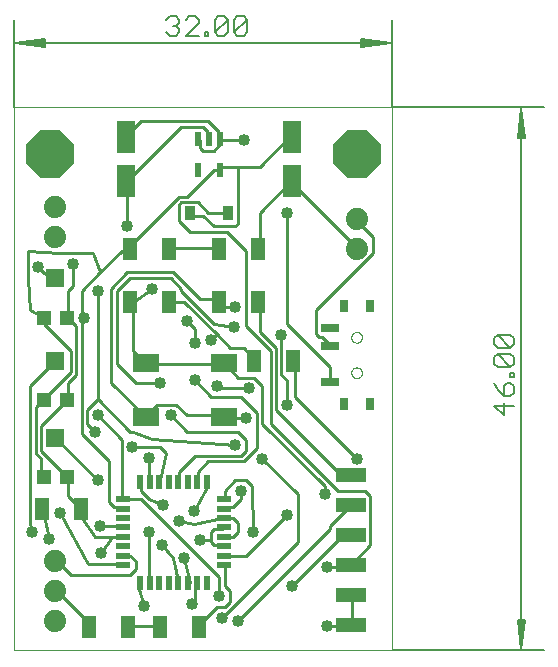
<source format=gtl>
G75*
%MOIN*%
%OFA0B0*%
%FSLAX25Y25*%
%IPPOS*%
%LPD*%
%AMOC8*
5,1,8,0,0,1.08239X$1,22.5*
%
%ADD10C,0.00000*%
%ADD11C,0.00512*%
%ADD12C,0.00600*%
%ADD13R,0.05000X0.07500*%
%ADD14C,0.07400*%
%ADD15R,0.10000X0.05000*%
%ADD16R,0.09000X0.06000*%
%ADD17R,0.05000X0.02200*%
%ADD18R,0.02200X0.05000*%
%ADD19R,0.02165X0.04724*%
%ADD20R,0.06299X0.11000*%
%ADD21R,0.03583X0.04803*%
%ADD22R,0.03150X0.03937*%
%ADD23R,0.05906X0.02756*%
%ADD24R,0.05906X0.06299*%
%ADD25R,0.04724X0.04724*%
%ADD26C,0.01000*%
%ADD27C,0.04000*%
%ADD28OC8,0.15811*%
D10*
X0012958Y0004126D02*
X0012958Y0185228D01*
X0138942Y0185228D01*
X0138942Y0004126D01*
X0012958Y0004126D01*
X0125359Y0096646D02*
X0125361Y0096730D01*
X0125367Y0096813D01*
X0125377Y0096896D01*
X0125391Y0096979D01*
X0125408Y0097061D01*
X0125430Y0097142D01*
X0125455Y0097221D01*
X0125484Y0097300D01*
X0125517Y0097377D01*
X0125553Y0097452D01*
X0125593Y0097526D01*
X0125636Y0097598D01*
X0125683Y0097667D01*
X0125733Y0097734D01*
X0125786Y0097799D01*
X0125842Y0097861D01*
X0125900Y0097921D01*
X0125962Y0097978D01*
X0126026Y0098031D01*
X0126093Y0098082D01*
X0126162Y0098129D01*
X0126233Y0098174D01*
X0126306Y0098214D01*
X0126381Y0098251D01*
X0126458Y0098285D01*
X0126536Y0098315D01*
X0126615Y0098341D01*
X0126696Y0098364D01*
X0126778Y0098382D01*
X0126860Y0098397D01*
X0126943Y0098408D01*
X0127026Y0098415D01*
X0127110Y0098418D01*
X0127194Y0098417D01*
X0127277Y0098412D01*
X0127361Y0098403D01*
X0127443Y0098390D01*
X0127525Y0098374D01*
X0127606Y0098353D01*
X0127687Y0098329D01*
X0127765Y0098301D01*
X0127843Y0098269D01*
X0127919Y0098233D01*
X0127993Y0098194D01*
X0128065Y0098152D01*
X0128135Y0098106D01*
X0128203Y0098057D01*
X0128268Y0098005D01*
X0128331Y0097950D01*
X0128391Y0097892D01*
X0128449Y0097831D01*
X0128503Y0097767D01*
X0128555Y0097701D01*
X0128603Y0097633D01*
X0128648Y0097562D01*
X0128689Y0097489D01*
X0128728Y0097415D01*
X0128762Y0097339D01*
X0128793Y0097261D01*
X0128820Y0097182D01*
X0128844Y0097101D01*
X0128863Y0097020D01*
X0128879Y0096938D01*
X0128891Y0096855D01*
X0128899Y0096771D01*
X0128903Y0096688D01*
X0128903Y0096604D01*
X0128899Y0096521D01*
X0128891Y0096437D01*
X0128879Y0096354D01*
X0128863Y0096272D01*
X0128844Y0096191D01*
X0128820Y0096110D01*
X0128793Y0096031D01*
X0128762Y0095953D01*
X0128728Y0095877D01*
X0128689Y0095803D01*
X0128648Y0095730D01*
X0128603Y0095659D01*
X0128555Y0095591D01*
X0128503Y0095525D01*
X0128449Y0095461D01*
X0128391Y0095400D01*
X0128331Y0095342D01*
X0128268Y0095287D01*
X0128203Y0095235D01*
X0128135Y0095186D01*
X0128065Y0095140D01*
X0127993Y0095098D01*
X0127919Y0095059D01*
X0127843Y0095023D01*
X0127765Y0094991D01*
X0127687Y0094963D01*
X0127606Y0094939D01*
X0127525Y0094918D01*
X0127443Y0094902D01*
X0127361Y0094889D01*
X0127277Y0094880D01*
X0127194Y0094875D01*
X0127110Y0094874D01*
X0127026Y0094877D01*
X0126943Y0094884D01*
X0126860Y0094895D01*
X0126778Y0094910D01*
X0126696Y0094928D01*
X0126615Y0094951D01*
X0126536Y0094977D01*
X0126458Y0095007D01*
X0126381Y0095041D01*
X0126306Y0095078D01*
X0126233Y0095118D01*
X0126162Y0095163D01*
X0126093Y0095210D01*
X0126026Y0095261D01*
X0125962Y0095314D01*
X0125900Y0095371D01*
X0125842Y0095431D01*
X0125786Y0095493D01*
X0125733Y0095558D01*
X0125683Y0095625D01*
X0125636Y0095694D01*
X0125593Y0095766D01*
X0125553Y0095840D01*
X0125517Y0095915D01*
X0125484Y0095992D01*
X0125455Y0096071D01*
X0125430Y0096150D01*
X0125408Y0096231D01*
X0125391Y0096313D01*
X0125377Y0096396D01*
X0125367Y0096479D01*
X0125361Y0096562D01*
X0125359Y0096646D01*
X0125359Y0108457D02*
X0125361Y0108541D01*
X0125367Y0108624D01*
X0125377Y0108707D01*
X0125391Y0108790D01*
X0125408Y0108872D01*
X0125430Y0108953D01*
X0125455Y0109032D01*
X0125484Y0109111D01*
X0125517Y0109188D01*
X0125553Y0109263D01*
X0125593Y0109337D01*
X0125636Y0109409D01*
X0125683Y0109478D01*
X0125733Y0109545D01*
X0125786Y0109610D01*
X0125842Y0109672D01*
X0125900Y0109732D01*
X0125962Y0109789D01*
X0126026Y0109842D01*
X0126093Y0109893D01*
X0126162Y0109940D01*
X0126233Y0109985D01*
X0126306Y0110025D01*
X0126381Y0110062D01*
X0126458Y0110096D01*
X0126536Y0110126D01*
X0126615Y0110152D01*
X0126696Y0110175D01*
X0126778Y0110193D01*
X0126860Y0110208D01*
X0126943Y0110219D01*
X0127026Y0110226D01*
X0127110Y0110229D01*
X0127194Y0110228D01*
X0127277Y0110223D01*
X0127361Y0110214D01*
X0127443Y0110201D01*
X0127525Y0110185D01*
X0127606Y0110164D01*
X0127687Y0110140D01*
X0127765Y0110112D01*
X0127843Y0110080D01*
X0127919Y0110044D01*
X0127993Y0110005D01*
X0128065Y0109963D01*
X0128135Y0109917D01*
X0128203Y0109868D01*
X0128268Y0109816D01*
X0128331Y0109761D01*
X0128391Y0109703D01*
X0128449Y0109642D01*
X0128503Y0109578D01*
X0128555Y0109512D01*
X0128603Y0109444D01*
X0128648Y0109373D01*
X0128689Y0109300D01*
X0128728Y0109226D01*
X0128762Y0109150D01*
X0128793Y0109072D01*
X0128820Y0108993D01*
X0128844Y0108912D01*
X0128863Y0108831D01*
X0128879Y0108749D01*
X0128891Y0108666D01*
X0128899Y0108582D01*
X0128903Y0108499D01*
X0128903Y0108415D01*
X0128899Y0108332D01*
X0128891Y0108248D01*
X0128879Y0108165D01*
X0128863Y0108083D01*
X0128844Y0108002D01*
X0128820Y0107921D01*
X0128793Y0107842D01*
X0128762Y0107764D01*
X0128728Y0107688D01*
X0128689Y0107614D01*
X0128648Y0107541D01*
X0128603Y0107470D01*
X0128555Y0107402D01*
X0128503Y0107336D01*
X0128449Y0107272D01*
X0128391Y0107211D01*
X0128331Y0107153D01*
X0128268Y0107098D01*
X0128203Y0107046D01*
X0128135Y0106997D01*
X0128065Y0106951D01*
X0127993Y0106909D01*
X0127919Y0106870D01*
X0127843Y0106834D01*
X0127765Y0106802D01*
X0127687Y0106774D01*
X0127606Y0106750D01*
X0127525Y0106729D01*
X0127443Y0106713D01*
X0127361Y0106700D01*
X0127277Y0106691D01*
X0127194Y0106686D01*
X0127110Y0106685D01*
X0127026Y0106688D01*
X0126943Y0106695D01*
X0126860Y0106706D01*
X0126778Y0106721D01*
X0126696Y0106739D01*
X0126615Y0106762D01*
X0126536Y0106788D01*
X0126458Y0106818D01*
X0126381Y0106852D01*
X0126306Y0106889D01*
X0126233Y0106929D01*
X0126162Y0106974D01*
X0126093Y0107021D01*
X0126026Y0107072D01*
X0125962Y0107125D01*
X0125900Y0107182D01*
X0125842Y0107242D01*
X0125786Y0107304D01*
X0125733Y0107369D01*
X0125683Y0107436D01*
X0125636Y0107505D01*
X0125593Y0107577D01*
X0125553Y0107651D01*
X0125517Y0107726D01*
X0125484Y0107803D01*
X0125455Y0107882D01*
X0125430Y0107961D01*
X0125408Y0108042D01*
X0125391Y0108124D01*
X0125377Y0108207D01*
X0125367Y0108290D01*
X0125361Y0108373D01*
X0125359Y0108457D01*
D11*
X0180799Y0174992D02*
X0183313Y0174992D01*
X0182056Y0184972D01*
X0183079Y0174992D01*
X0182567Y0174992D02*
X0182056Y0184972D01*
X0181032Y0174992D01*
X0180799Y0174992D02*
X0182056Y0184972D01*
X0181544Y0174992D01*
X0182056Y0184972D02*
X0182056Y0004382D01*
X0183079Y0014362D01*
X0183313Y0014362D02*
X0182056Y0004382D01*
X0181032Y0014362D01*
X0180799Y0014362D02*
X0183313Y0014362D01*
X0182567Y0014362D02*
X0182056Y0004382D01*
X0181544Y0014362D01*
X0180799Y0014362D02*
X0182056Y0004382D01*
X0189733Y0004126D02*
X0138942Y0004126D01*
X0138942Y0185228D02*
X0189733Y0185228D01*
X0138942Y0185228D02*
X0138942Y0214165D01*
X0138686Y0206488D02*
X0128706Y0205465D01*
X0128706Y0205231D02*
X0138686Y0206488D01*
X0128706Y0207512D01*
X0128706Y0207745D02*
X0128706Y0205231D01*
X0128706Y0205976D02*
X0138686Y0206488D01*
X0128706Y0207000D01*
X0128706Y0207745D02*
X0138686Y0206488D01*
X0013214Y0206488D01*
X0023194Y0205465D01*
X0023194Y0205231D02*
X0013214Y0206488D01*
X0023194Y0207512D01*
X0023194Y0207745D02*
X0023194Y0205231D01*
X0023194Y0205976D02*
X0013214Y0206488D01*
X0023194Y0207000D01*
X0023194Y0207745D02*
X0013214Y0206488D01*
X0012958Y0214165D02*
X0012958Y0185228D01*
D12*
X0063722Y0210118D02*
X0064790Y0209050D01*
X0066925Y0209050D01*
X0067993Y0210118D01*
X0067993Y0211185D01*
X0066925Y0212253D01*
X0065857Y0212253D01*
X0066925Y0212253D02*
X0067993Y0213320D01*
X0067993Y0214388D01*
X0066925Y0215455D01*
X0064790Y0215455D01*
X0063722Y0214388D01*
X0070168Y0214388D02*
X0071235Y0215455D01*
X0073370Y0215455D01*
X0074438Y0214388D01*
X0074438Y0213320D01*
X0070168Y0209050D01*
X0074438Y0209050D01*
X0076613Y0209050D02*
X0077681Y0209050D01*
X0077681Y0210118D01*
X0076613Y0210118D01*
X0076613Y0209050D01*
X0079836Y0210118D02*
X0084106Y0214388D01*
X0084106Y0210118D01*
X0083039Y0209050D01*
X0080904Y0209050D01*
X0079836Y0210118D01*
X0079836Y0214388D01*
X0080904Y0215455D01*
X0083039Y0215455D01*
X0084106Y0214388D01*
X0086281Y0214388D02*
X0087349Y0215455D01*
X0089484Y0215455D01*
X0090552Y0214388D01*
X0086281Y0210118D01*
X0087349Y0209050D01*
X0089484Y0209050D01*
X0090552Y0210118D01*
X0090552Y0214388D01*
X0086281Y0214388D02*
X0086281Y0210118D01*
X0174156Y0109279D02*
X0173088Y0108211D01*
X0173088Y0106076D01*
X0174156Y0105009D01*
X0178426Y0105009D01*
X0174156Y0109279D01*
X0178426Y0109279D01*
X0179494Y0108211D01*
X0179494Y0106076D01*
X0178426Y0105009D01*
X0178426Y0102833D02*
X0179494Y0101766D01*
X0179494Y0099631D01*
X0178426Y0098563D01*
X0174156Y0102833D01*
X0178426Y0102833D01*
X0178426Y0098563D02*
X0174156Y0098563D01*
X0173088Y0099631D01*
X0173088Y0101766D01*
X0174156Y0102833D01*
X0178426Y0096408D02*
X0179494Y0096408D01*
X0179494Y0095340D01*
X0178426Y0095340D01*
X0178426Y0096408D01*
X0178426Y0093165D02*
X0177359Y0093165D01*
X0176291Y0092098D01*
X0176291Y0088895D01*
X0178426Y0088895D01*
X0179494Y0089962D01*
X0179494Y0092098D01*
X0178426Y0093165D01*
X0174156Y0091030D02*
X0176291Y0088895D01*
X0176291Y0086720D02*
X0176291Y0082449D01*
X0173088Y0085652D01*
X0179494Y0085652D01*
X0174156Y0091030D02*
X0173088Y0093165D01*
D13*
X0106072Y0100583D03*
X0093072Y0100583D03*
X0094261Y0120268D03*
X0081261Y0120268D03*
X0081261Y0137984D03*
X0094261Y0137984D03*
X0064734Y0137984D03*
X0051734Y0137984D03*
X0051734Y0120268D03*
X0064734Y0120268D03*
X0035206Y0051370D03*
X0022206Y0051370D03*
X0037954Y0012000D03*
X0050954Y0012000D03*
X0061576Y0012000D03*
X0074576Y0012000D03*
D14*
X0026737Y0013969D03*
X0026737Y0023969D03*
X0026737Y0033969D03*
X0026737Y0141921D03*
X0026737Y0151921D03*
X0127131Y0147984D03*
X0127131Y0137984D03*
D15*
X0125163Y0062591D03*
X0125163Y0052591D03*
X0125163Y0042591D03*
X0125163Y0032591D03*
X0125163Y0022591D03*
X0125163Y0012591D03*
D16*
X0083045Y0081740D03*
X0083045Y0099740D03*
X0057045Y0099740D03*
X0057045Y0081740D03*
D17*
X0049208Y0054520D03*
X0049208Y0051370D03*
X0049208Y0048220D03*
X0049208Y0045071D03*
X0049208Y0041921D03*
X0049208Y0038772D03*
X0049208Y0035622D03*
X0049208Y0032472D03*
X0083008Y0032472D03*
X0083008Y0035622D03*
X0083008Y0038772D03*
X0083008Y0041921D03*
X0083008Y0045071D03*
X0083008Y0048220D03*
X0083008Y0051370D03*
X0083008Y0054520D03*
D18*
X0077131Y0060396D03*
X0073982Y0060396D03*
X0070832Y0060396D03*
X0067682Y0060396D03*
X0064533Y0060396D03*
X0061383Y0060396D03*
X0058234Y0060396D03*
X0055084Y0060396D03*
X0055084Y0026596D03*
X0058234Y0026596D03*
X0061383Y0026596D03*
X0064533Y0026596D03*
X0067682Y0026596D03*
X0070832Y0026596D03*
X0073982Y0026596D03*
X0077131Y0026596D03*
D19*
X0074178Y0164362D03*
X0081659Y0164362D03*
X0081659Y0174598D03*
X0077919Y0174598D03*
X0074178Y0174598D03*
D20*
X0050360Y0175386D03*
X0050360Y0160449D03*
X0105478Y0160449D03*
X0105478Y0175386D03*
D21*
X0084365Y0149795D03*
X0071472Y0149795D03*
D22*
X0122800Y0118890D03*
X0131462Y0118890D03*
X0131462Y0086213D03*
X0122800Y0086213D03*
D23*
X0118273Y0093693D03*
X0118273Y0105504D03*
X0118273Y0111409D03*
D24*
X0026737Y0100583D03*
X0026737Y0074992D03*
X0026737Y0128142D03*
D25*
X0022800Y0115051D03*
X0030675Y0115051D03*
X0030675Y0087492D03*
X0022800Y0087492D03*
X0022800Y0061902D03*
X0030675Y0061902D03*
D26*
X0030058Y0062626D01*
X0021958Y0070726D01*
X0021958Y0078826D01*
X0030058Y0086926D01*
X0030675Y0087492D01*
X0030958Y0087826D01*
X0030958Y0093226D01*
X0033658Y0095926D01*
X0033658Y0112126D01*
X0030958Y0114826D01*
X0030675Y0115051D01*
X0030958Y0115726D01*
X0030958Y0123826D01*
X0032758Y0125626D01*
X0032758Y0132826D01*
X0028426Y0136426D02*
X0039395Y0136426D01*
X0041758Y0130126D01*
X0035458Y0123826D01*
X0035458Y0114826D01*
X0036358Y0114826D01*
X0035458Y0114826D02*
X0035458Y0076126D01*
X0044458Y0067126D01*
X0044458Y0053626D01*
X0046258Y0051826D01*
X0048958Y0051826D01*
X0049208Y0051370D01*
X0049208Y0054520D02*
X0049858Y0054526D01*
X0055258Y0054526D01*
X0081358Y0028426D01*
X0081358Y0022126D01*
X0084958Y0023926D02*
X0083158Y0025726D01*
X0083158Y0032026D01*
X0083008Y0032472D01*
X0083008Y0035622D02*
X0083158Y0035626D01*
X0090358Y0035626D01*
X0103858Y0049126D01*
X0107458Y0056326D02*
X0095758Y0068026D01*
X0093958Y0071626D02*
X0093958Y0083326D01*
X0088558Y0088726D01*
X0078658Y0088726D01*
X0073258Y0094126D01*
X0066958Y0086026D02*
X0060658Y0086026D01*
X0057058Y0082426D01*
X0057045Y0081740D01*
X0056158Y0082426D01*
X0045358Y0093226D01*
X0045358Y0124726D01*
X0050758Y0130126D01*
X0066058Y0130126D01*
X0075058Y0121126D01*
X0080458Y0121126D01*
X0081261Y0120268D01*
X0081358Y0120226D01*
X0083158Y0118426D01*
X0086758Y0118426D01*
X0086252Y0111845D02*
X0079558Y0113026D01*
X0068758Y0123826D01*
X0068758Y0124726D01*
X0065158Y0128326D01*
X0051658Y0128326D01*
X0047158Y0123826D01*
X0047158Y0099526D01*
X0053458Y0093226D01*
X0061558Y0093226D01*
X0057058Y0099526D02*
X0057045Y0099740D01*
X0056158Y0100426D01*
X0052558Y0104026D01*
X0052558Y0120226D01*
X0051734Y0120268D01*
X0052558Y0120226D02*
X0059026Y0124726D01*
X0064734Y0120268D02*
X0065158Y0120226D01*
X0069658Y0120226D01*
X0080458Y0109426D01*
X0078658Y0107626D01*
X0080458Y0109426D02*
X0084958Y0104926D01*
X0089458Y0104926D01*
X0093058Y0101326D01*
X0093072Y0100583D01*
X0093058Y0095026D02*
X0087658Y0095026D01*
X0083158Y0099526D01*
X0083045Y0099740D01*
X0082258Y0099526D01*
X0057058Y0099526D01*
X0066958Y0086026D02*
X0070558Y0082426D01*
X0082258Y0082426D01*
X0083045Y0081740D01*
X0083158Y0081526D01*
X0090358Y0081526D01*
X0087658Y0077026D02*
X0070558Y0077026D01*
X0065158Y0082426D01*
X0059026Y0074494D02*
X0052558Y0077026D01*
X0051658Y0077026D01*
X0040858Y0087826D01*
X0037258Y0084226D01*
X0037258Y0079726D01*
X0039958Y0077026D01*
X0040858Y0082426D02*
X0048958Y0074326D01*
X0048958Y0054526D01*
X0049208Y0054520D01*
X0055258Y0057226D02*
X0055258Y0059926D01*
X0055084Y0060396D01*
X0055258Y0057226D02*
X0057958Y0054526D01*
X0062626Y0052557D01*
X0068084Y0047157D02*
X0072921Y0046257D01*
X0082258Y0048226D01*
X0083008Y0048220D01*
X0083158Y0048226D01*
X0085858Y0048226D01*
X0087658Y0046426D01*
X0087658Y0043726D01*
X0085858Y0041926D01*
X0083158Y0041926D01*
X0083008Y0041921D01*
X0082258Y0044626D02*
X0083008Y0045071D01*
X0082258Y0044626D02*
X0079558Y0044626D01*
X0078658Y0043726D01*
X0078658Y0041026D01*
X0074889Y0041026D01*
X0078658Y0041026D02*
X0078658Y0040126D01*
X0079558Y0039226D01*
X0082258Y0039226D01*
X0083008Y0038772D01*
X0092552Y0043613D02*
X0092158Y0059026D01*
X0090358Y0060826D01*
X0086758Y0060826D01*
X0083158Y0057226D01*
X0083158Y0054526D01*
X0083008Y0054520D01*
X0083158Y0051826D02*
X0083008Y0051370D01*
X0083158Y0051826D02*
X0085858Y0051826D01*
X0088558Y0054526D01*
X0088558Y0057226D01*
X0089458Y0067126D02*
X0093958Y0071626D01*
X0090358Y0070726D02*
X0090358Y0074326D01*
X0087658Y0077026D01*
X0086758Y0072526D02*
X0059026Y0074494D01*
X0061726Y0071794D02*
X0052389Y0071794D01*
X0057958Y0068194D02*
X0057958Y0060826D01*
X0058234Y0060396D01*
X0061383Y0060396D02*
X0061558Y0060826D01*
X0063526Y0069994D01*
X0061726Y0071794D01*
X0067858Y0063526D02*
X0073258Y0068926D01*
X0088558Y0068926D01*
X0090358Y0070726D01*
X0089458Y0067126D02*
X0077758Y0067126D01*
X0074158Y0063526D01*
X0074158Y0060826D01*
X0073982Y0060396D01*
X0077131Y0060396D02*
X0076858Y0057957D01*
X0072921Y0050589D01*
X0067682Y0060396D02*
X0067858Y0060826D01*
X0067858Y0063526D01*
X0057958Y0043726D02*
X0057958Y0026626D01*
X0058234Y0026596D01*
X0055084Y0026596D02*
X0054358Y0025726D01*
X0056326Y0019032D01*
X0051658Y0012226D02*
X0050954Y0012000D01*
X0051658Y0012226D02*
X0061558Y0012226D01*
X0061576Y0012000D01*
X0072358Y0019426D02*
X0073258Y0020326D01*
X0073258Y0025726D01*
X0073982Y0026596D01*
X0071458Y0026626D02*
X0070832Y0026596D01*
X0071458Y0026626D02*
X0069489Y0034782D01*
X0065777Y0034951D02*
X0066958Y0030563D01*
X0067682Y0026596D01*
X0065777Y0034951D02*
X0062121Y0039394D01*
X0053458Y0033826D02*
X0053458Y0031126D01*
X0051658Y0029326D01*
X0031858Y0029326D01*
X0027358Y0033826D01*
X0026737Y0033969D01*
X0024715Y0041363D02*
X0022858Y0049126D01*
X0022858Y0050926D01*
X0022206Y0051370D01*
X0018358Y0046426D02*
X0018358Y0092326D01*
X0026458Y0100426D01*
X0026737Y0100583D01*
X0031858Y0104026D02*
X0031858Y0096826D01*
X0022858Y0087826D01*
X0022800Y0087492D01*
X0021958Y0086926D01*
X0020158Y0085126D01*
X0020158Y0069826D01*
X0021958Y0068026D01*
X0021958Y0062626D01*
X0022800Y0061902D01*
X0030675Y0061902D02*
X0030958Y0061726D01*
X0030958Y0055426D01*
X0034558Y0051826D01*
X0035206Y0051370D01*
X0035458Y0050926D01*
X0035458Y0048226D01*
X0039789Y0041926D01*
X0045526Y0041926D01*
X0041983Y0036583D01*
X0037484Y0032926D02*
X0028258Y0050026D01*
X0018358Y0046426D02*
X0019089Y0043726D01*
X0026737Y0023969D02*
X0027358Y0023926D01*
X0037258Y0014026D01*
X0037258Y0012226D01*
X0037954Y0012000D01*
X0049208Y0032472D02*
X0048958Y0032926D01*
X0037484Y0032926D01*
X0045526Y0041926D02*
X0048958Y0041926D01*
X0049208Y0041921D01*
X0049208Y0045071D02*
X0048958Y0045526D01*
X0041589Y0045526D01*
X0049208Y0035622D02*
X0049858Y0035626D01*
X0051658Y0035626D01*
X0053458Y0033826D01*
X0074158Y0012226D02*
X0074576Y0012000D01*
X0074158Y0012226D02*
X0080458Y0018526D01*
X0083158Y0018526D01*
X0084958Y0020326D01*
X0084958Y0023926D01*
X0082258Y0014926D02*
X0107458Y0040126D01*
X0107458Y0056326D01*
X0116458Y0056326D02*
X0116458Y0059026D01*
X0095758Y0079726D01*
X0095758Y0092326D01*
X0093058Y0095026D01*
X0091258Y0091426D02*
X0081358Y0091426D01*
X0080458Y0092326D01*
X0073258Y0106726D02*
X0073258Y0111226D01*
X0070558Y0113926D01*
X0064734Y0137984D02*
X0065158Y0138226D01*
X0080458Y0138226D01*
X0081261Y0137984D01*
X0084058Y0143626D02*
X0090358Y0137326D01*
X0090358Y0112126D01*
X0098458Y0104026D01*
X0098458Y0079726D01*
X0120958Y0057226D01*
X0129958Y0057226D01*
X0131758Y0055426D01*
X0131758Y0039226D01*
X0125458Y0032926D01*
X0125163Y0032591D01*
X0124558Y0032026D01*
X0117358Y0032026D01*
X0125163Y0022591D02*
X0125458Y0022126D01*
X0125458Y0013126D01*
X0125163Y0012591D01*
X0124558Y0012226D01*
X0117358Y0012226D01*
X0105658Y0025726D02*
X0121858Y0041926D01*
X0124558Y0041926D01*
X0125163Y0042591D01*
X0118258Y0044626D02*
X0118258Y0045526D01*
X0124558Y0051826D01*
X0125163Y0052591D01*
X0125163Y0062591D02*
X0124558Y0062626D01*
X0121858Y0062626D01*
X0100258Y0084226D01*
X0100258Y0104926D01*
X0094858Y0110326D01*
X0094858Y0120226D01*
X0094261Y0120268D01*
X0103858Y0113026D02*
X0103858Y0149926D01*
X0094858Y0149926D02*
X0104758Y0159826D01*
X0105478Y0160449D01*
X0105658Y0159826D01*
X0127258Y0138226D01*
X0127131Y0137984D01*
X0132658Y0136426D02*
X0132658Y0141826D01*
X0127258Y0147226D01*
X0127131Y0147984D01*
X0132658Y0136426D02*
X0113758Y0117526D01*
X0113758Y0109426D01*
X0114658Y0108526D01*
X0115558Y0108526D01*
X0118258Y0105826D01*
X0118273Y0105504D01*
X0118258Y0098626D02*
X0103858Y0113026D01*
X0102058Y0109313D02*
X0102058Y0095926D01*
X0103858Y0094126D01*
X0103858Y0086026D01*
X0106558Y0088726D02*
X0127258Y0068026D01*
X0118258Y0044626D02*
X0087658Y0014026D01*
X0040858Y0060826D02*
X0027358Y0074326D01*
X0026737Y0074992D01*
X0040858Y0087826D02*
X0040858Y0123826D01*
X0041758Y0130126D02*
X0048958Y0137326D01*
X0051658Y0137326D01*
X0051734Y0137984D01*
X0052558Y0138226D01*
X0052558Y0140026D01*
X0067858Y0155326D01*
X0070558Y0155326D01*
X0079558Y0164326D01*
X0081358Y0164326D01*
X0081659Y0164362D01*
X0082258Y0165226D01*
X0087658Y0165226D01*
X0087658Y0146326D01*
X0086758Y0145426D01*
X0079558Y0145426D01*
X0075958Y0149026D01*
X0072358Y0149026D01*
X0071472Y0149795D01*
X0067858Y0147226D02*
X0071458Y0143626D01*
X0084058Y0143626D01*
X0084365Y0149795D02*
X0084058Y0149926D01*
X0077758Y0149926D01*
X0074158Y0153526D01*
X0068758Y0153526D01*
X0067858Y0152626D01*
X0067858Y0147226D01*
X0050758Y0145426D02*
X0050758Y0159826D01*
X0050360Y0160449D01*
X0050758Y0160726D01*
X0068758Y0178726D01*
X0075958Y0178726D01*
X0077758Y0176926D01*
X0077758Y0175126D01*
X0077919Y0174598D01*
X0075058Y0174226D02*
X0075058Y0171526D01*
X0075958Y0170626D01*
X0079558Y0170626D01*
X0081358Y0172426D01*
X0081358Y0174226D01*
X0081659Y0174598D01*
X0082258Y0174226D01*
X0089458Y0174226D01*
X0081659Y0174598D02*
X0081358Y0175126D01*
X0081358Y0176926D01*
X0077758Y0180526D01*
X0055258Y0180526D01*
X0050758Y0176026D01*
X0050360Y0175386D01*
X0074178Y0174598D02*
X0075058Y0174226D01*
X0087658Y0165226D02*
X0094858Y0165226D01*
X0104758Y0175126D01*
X0105478Y0175386D01*
X0094858Y0149926D02*
X0094858Y0138226D01*
X0094261Y0137984D01*
X0106072Y0100583D02*
X0106558Y0100426D01*
X0106558Y0088726D01*
X0118273Y0093693D02*
X0118258Y0094126D01*
X0118258Y0098626D01*
X0031858Y0104026D02*
X0022858Y0113026D01*
X0022858Y0114826D01*
X0022800Y0115051D01*
X0021958Y0115726D01*
X0018189Y0117694D01*
X0017458Y0128269D01*
X0017458Y0137269D01*
X0028426Y0136426D01*
X0023026Y0129900D02*
X0026458Y0127426D01*
X0026737Y0128142D01*
X0023026Y0129900D02*
X0021058Y0132037D01*
D27*
X0021058Y0132037D03*
X0032758Y0132826D03*
X0040858Y0123826D03*
X0036358Y0114826D03*
X0059026Y0124726D03*
X0070558Y0113926D03*
X0073258Y0106726D03*
X0078658Y0107626D03*
X0086252Y0111845D03*
X0086758Y0118426D03*
X0102058Y0109313D03*
X0091258Y0091426D03*
X0090358Y0081526D03*
X0086758Y0072526D03*
X0095758Y0068026D03*
X0088558Y0057226D03*
X0092552Y0043613D03*
X0103858Y0049126D03*
X0116458Y0056326D03*
X0127258Y0068026D03*
X0103858Y0086026D03*
X0080458Y0092326D03*
X0073258Y0094126D03*
X0065158Y0082426D03*
X0061558Y0093226D03*
X0052389Y0071794D03*
X0057958Y0068194D03*
X0062626Y0052557D03*
X0068084Y0047157D03*
X0072921Y0050589D03*
X0074889Y0041026D03*
X0069489Y0034782D03*
X0062121Y0039394D03*
X0057958Y0043726D03*
X0041589Y0045526D03*
X0041983Y0036583D03*
X0028258Y0050026D03*
X0024715Y0041363D03*
X0019089Y0043726D03*
X0040858Y0060826D03*
X0039958Y0077026D03*
X0040858Y0082426D03*
X0081358Y0022126D03*
X0082258Y0014926D03*
X0087658Y0014026D03*
X0072358Y0019426D03*
X0056326Y0019032D03*
X0105658Y0025726D03*
X0117358Y0032026D03*
X0117358Y0012226D03*
X0050758Y0145426D03*
X0089458Y0174226D03*
X0103858Y0149926D03*
D28*
X0127131Y0169480D03*
X0024769Y0169480D03*
M02*

</source>
